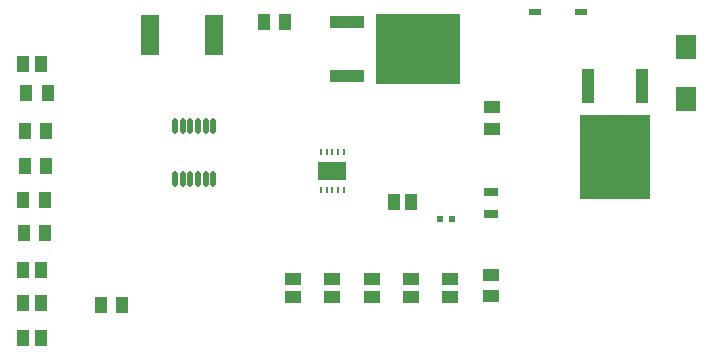
<source format=gtp>
G04*
G04 #@! TF.GenerationSoftware,Altium Limited,Altium Designer,19.0.15 (446)*
G04*
G04 Layer_Color=8421504*
%FSLAX25Y25*%
%MOIN*%
G70*
G01*
G75*
%ADD15R,0.28347X0.23819*%
%ADD16R,0.11811X0.03937*%
%ADD17R,0.04134X0.02362*%
%ADD18R,0.05315X0.04331*%
%ADD19R,0.04331X0.05315*%
%ADD20R,0.05118X0.02756*%
%ADD21O,0.01968X0.05315*%
%ADD22R,0.03937X0.05512*%
%ADD23R,0.00984X0.02165*%
%ADD24R,0.09449X0.06299*%
%ADD25R,0.05512X0.03937*%
%ADD26R,0.03937X0.11811*%
%ADD27R,0.23819X0.28347*%
%ADD28R,0.07087X0.08268*%
%ADD29R,0.06299X0.13780*%
%ADD30R,0.02362X0.01968*%
D15*
X204921Y176063D02*
D03*
D16*
X181102Y167087D02*
D03*
Y185039D02*
D03*
D17*
X243996Y188583D02*
D03*
X259154D02*
D03*
D18*
X229134Y93701D02*
D03*
Y100787D02*
D03*
X229528Y149606D02*
D03*
Y156693D02*
D03*
D19*
X99213Y90839D02*
D03*
X106299D02*
D03*
X153543Y185039D02*
D03*
X160630D02*
D03*
X80709Y114961D02*
D03*
X73622D02*
D03*
X73419Y125850D02*
D03*
X80506D02*
D03*
X81496Y161417D02*
D03*
X74410D02*
D03*
X80911Y137292D02*
D03*
X73825D02*
D03*
X80911Y148734D02*
D03*
X73825D02*
D03*
D20*
X229134Y121063D02*
D03*
Y128543D02*
D03*
D21*
X123917Y132972D02*
D03*
X126476D02*
D03*
X129035D02*
D03*
X131595D02*
D03*
X134153D02*
D03*
X136713D02*
D03*
X123917Y150492D02*
D03*
X126476D02*
D03*
X129035D02*
D03*
X131595D02*
D03*
X134153D02*
D03*
X136713D02*
D03*
D22*
X73419Y171024D02*
D03*
X79325D02*
D03*
X196788Y125197D02*
D03*
X202693D02*
D03*
X73222Y79725D02*
D03*
X79128D02*
D03*
X73222Y102608D02*
D03*
X79128D02*
D03*
X73228Y91339D02*
D03*
X79134D02*
D03*
D23*
X172480Y129134D02*
D03*
X174449D02*
D03*
X176417D02*
D03*
X178386D02*
D03*
X180354D02*
D03*
Y141929D02*
D03*
X178386D02*
D03*
X176417D02*
D03*
X174449D02*
D03*
X172480D02*
D03*
D24*
X176417Y135433D02*
D03*
D25*
X176378Y93504D02*
D03*
Y99410D02*
D03*
X163293Y93504D02*
D03*
Y99410D02*
D03*
X202583Y93504D02*
D03*
Y99410D02*
D03*
X189486Y93504D02*
D03*
Y99410D02*
D03*
X215679D02*
D03*
Y93504D02*
D03*
D26*
X279449Y163976D02*
D03*
X261496D02*
D03*
D27*
X270472Y140157D02*
D03*
D28*
X294094Y159449D02*
D03*
Y176772D02*
D03*
D29*
X137008Y180709D02*
D03*
X115748D02*
D03*
D30*
X212205Y119629D02*
D03*
X216142D02*
D03*
M02*

</source>
